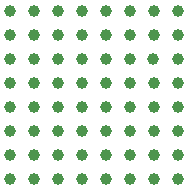
<source format=gbs>
G04 #@! TF.GenerationSoftware,KiCad,Pcbnew,6.0.10-86aedd382b~118~ubuntu22.04.1*
G04 #@! TF.CreationDate,2023-02-01T12:07:48+01:00*
G04 #@! TF.ProjectId,rpcube,72706375-6265-42e6-9b69-6361645f7063,rev?*
G04 #@! TF.SameCoordinates,Original*
G04 #@! TF.FileFunction,Soldermask,Bot*
G04 #@! TF.FilePolarity,Negative*
%FSLAX46Y46*%
G04 Gerber Fmt 4.6, Leading zero omitted, Abs format (unit mm)*
G04 Created by KiCad (PCBNEW 6.0.10-86aedd382b~118~ubuntu22.04.1) date 2023-02-01 12:07:48*
%MOMM*%
%LPD*%
G01*
G04 APERTURE LIST*
%ADD10C,1.000000*%
G04 APERTURE END LIST*
D10*
X77216000Y-60452000D03*
X81280000Y-70612000D03*
X85344000Y-66548000D03*
X89408000Y-60452000D03*
X79248000Y-74676000D03*
X91440000Y-62484000D03*
X77216000Y-66548000D03*
X77216000Y-72644000D03*
X91440000Y-70612000D03*
X87376000Y-66548000D03*
X91440000Y-64516000D03*
X87376000Y-60452000D03*
X83312000Y-68580000D03*
X79248000Y-66548000D03*
X77216000Y-62484000D03*
X77216000Y-74676000D03*
X87376000Y-70612000D03*
X81280000Y-60452000D03*
X77216000Y-70612000D03*
X79248000Y-62484000D03*
X83312000Y-64516000D03*
X83312000Y-62484000D03*
X79248000Y-60452000D03*
X87376000Y-62484000D03*
X87376000Y-64516000D03*
X89408000Y-74676000D03*
X89281000Y-64516000D03*
X87376000Y-72644000D03*
X91440000Y-68580000D03*
X83312000Y-72644000D03*
X83312000Y-74676000D03*
X79248000Y-64516000D03*
X89408000Y-72644000D03*
X81280000Y-68580000D03*
X83312000Y-70612000D03*
X79248000Y-72644000D03*
X85344000Y-68580000D03*
X77216000Y-68580000D03*
X81280000Y-64516000D03*
X83312000Y-66548000D03*
X91440000Y-66548000D03*
X85344000Y-72644000D03*
X77216000Y-64516000D03*
X87376000Y-68580000D03*
X81280000Y-72644000D03*
X81280000Y-62484000D03*
X87376000Y-74676000D03*
X85344000Y-62484000D03*
X83312000Y-60452000D03*
X85344000Y-60452000D03*
X85344000Y-74676000D03*
X91440000Y-72644000D03*
X89408000Y-68580000D03*
X85344000Y-64516000D03*
X79248000Y-70612000D03*
X79248000Y-68580000D03*
X89408000Y-62484000D03*
X81280000Y-66548000D03*
X85344000Y-70612000D03*
X89408000Y-66548000D03*
X91440000Y-74676000D03*
X89408000Y-70612000D03*
X81280000Y-74676000D03*
X91440000Y-60452000D03*
M02*

</source>
